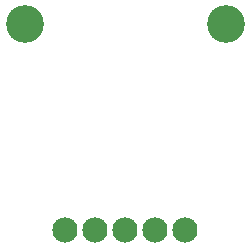
<source format=gbr>
G04 EAGLE Gerber RS-274X export*
G75*
%MOMM*%
%FSLAX34Y34*%
%LPD*%
%INSoldermask Bottom*%
%IPPOS*%
%AMOC8*
5,1,8,0,0,1.08239X$1,22.5*%
G01*
%ADD10C,3.203200*%
%ADD11C,2.133600*%


D10*
X30000Y200000D03*
X200000Y200000D03*
D11*
X64200Y25400D03*
X89600Y25400D03*
X115000Y25400D03*
X140400Y25400D03*
X165800Y25400D03*
M02*

</source>
